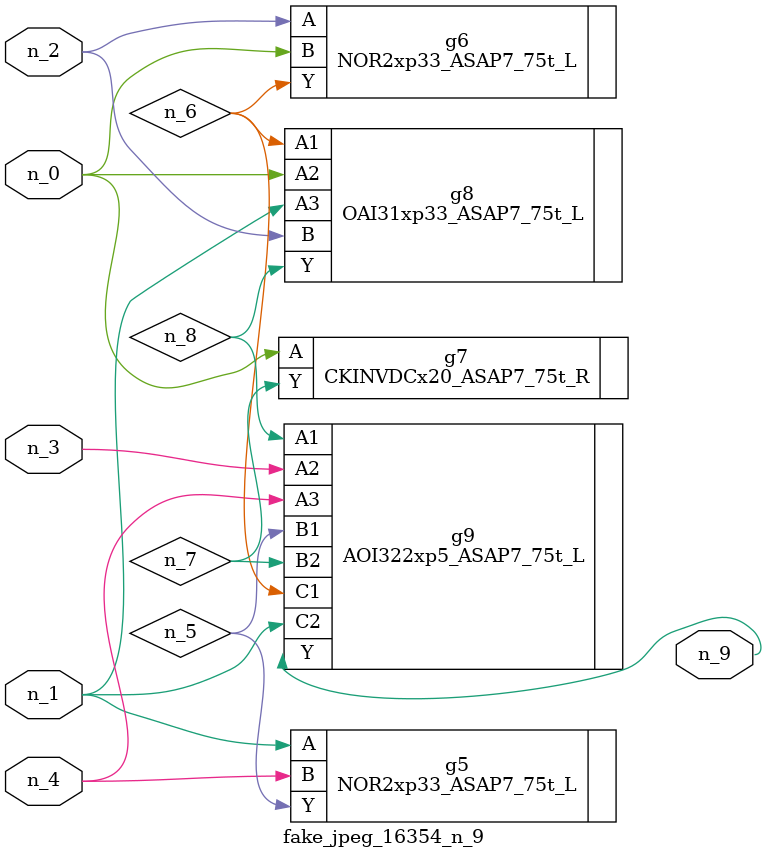
<source format=v>
module fake_jpeg_16354_n_9 (n_3, n_2, n_1, n_0, n_4, n_9);

input n_3;
input n_2;
input n_1;
input n_0;
input n_4;

output n_9;

wire n_8;
wire n_6;
wire n_5;
wire n_7;

NOR2xp33_ASAP7_75t_L g5 ( 
.A(n_1),
.B(n_4),
.Y(n_5)
);

NOR2xp33_ASAP7_75t_L g6 ( 
.A(n_2),
.B(n_0),
.Y(n_6)
);

CKINVDCx20_ASAP7_75t_R g7 ( 
.A(n_0),
.Y(n_7)
);

OAI31xp33_ASAP7_75t_L g8 ( 
.A1(n_6),
.A2(n_0),
.A3(n_1),
.B(n_2),
.Y(n_8)
);

AOI322xp5_ASAP7_75t_L g9 ( 
.A1(n_8),
.A2(n_3),
.A3(n_4),
.B1(n_5),
.B2(n_7),
.C1(n_6),
.C2(n_1),
.Y(n_9)
);


endmodule
</source>
